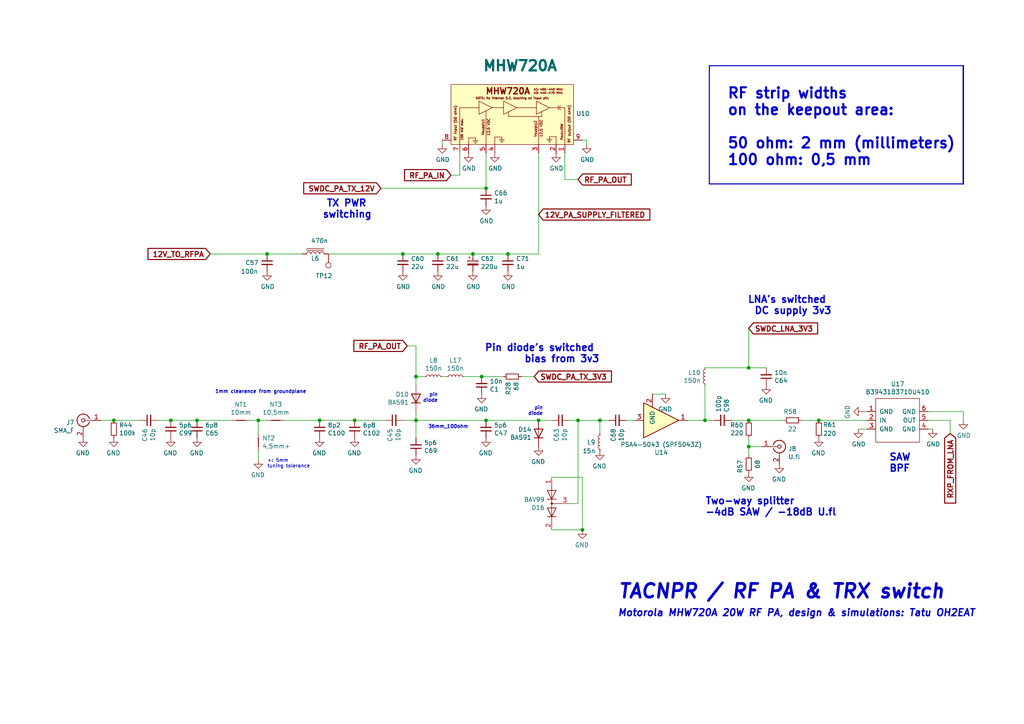
<source format=kicad_sch>
(kicad_sch (version 20230121) (generator eeschema)
  (paper "A4")
  (title_block (title "TACNPR (RF PA & LNA)") (rev "C"))
  (lib_symbols
    (symbol "Connector:Conn_Coaxial" (pin_names (offset 1.016) hide)
      (property "Reference" "J" (at 0.254 3.048 0))
      (property "Value" "Conn_Coaxial" (at 2.921 0 90))
      (symbol "Conn_Coaxial_0_1"
        (arc (start -1.778 -0.508) (mid 0.222 -1.808) (end 1.778 0) (stroke (width 0.254)))
        (polyline (pts (xy -2.54 0) (xy -0.508 0)))
        (polyline (pts (xy 0 -2.54) (xy 0 -1.778)))
        (circle (center 0 0) (radius 0.508) (stroke (width 0.2032)))
        (arc (start 1.778 0) (mid 0.222 1.8083) (end -1.778 0.508) (stroke (width 0.254)))
      )
      (symbol "Conn_Coaxial_1_1"
        (pin passive line (at -5.08 0 0) (length 2.54) (name "In") (number "1"))
        (pin passive line (at 0 -5.08 90) (length 2.54) (name "Ext") (number "2"))
      )
    )
    (symbol "Connector:TestPoint" (pin_numbers hide) (pin_names (offset 0.762) hide)
      (property "Reference" "TP" (at 0 6.858 0))
      (property "Value" "TestPoint" (at 0 5.08 0))
      (symbol "TestPoint_0_1"
        (circle (center 0 3.302) (radius 0.762))
      )
      (symbol "TestPoint_1_1"
        (pin passive line (at 0 0 90) (length 2.54) (name "1") (number "1"))
      )
    )
    (symbol "Device:C_Polarized_Small" (pin_numbers hide) (pin_names (offset 0.254) hide)
      (property "Reference" "C" (at 0.254 1.778 0))
      (property "Value" "C_Polarized_Small" (at 0.254 -2.032 0))
      (symbol "C_Polarized_Small_0_1"
        (rectangle (start -1.524 -0.3048) (end 1.524 -0.6858) (fill (type outline)))
        (rectangle (start -1.524 0.6858) (end 1.524 0.3048))
        (polyline (pts (xy -1.27 1.524) (xy -0.762 1.524)))
        (polyline (pts (xy -1.016 1.27) (xy -1.016 1.778)))
      )
      (symbol "C_Polarized_Small_1_1"
        (pin passive line (at 0 2.54 270) (length 1.8542) (name "~") (number "1"))
        (pin passive line (at 0 -2.54 90) (length 1.8542) (name "~") (number "2"))
      )
    )
    (symbol "Device:C_Small" (pin_numbers hide) (pin_names (offset 0.254) hide)
      (property "Reference" "C" (at 0.254 1.778 0))
      (property "Value" "C_Small" (at 0.254 -2.032 0))
      (symbol "C_Small_0_1"
        (polyline (pts (xy -1.524 -0.508) (xy 1.524 -0.508)) (stroke (width 0.3302)))
        (polyline (pts (xy -1.524 0.508) (xy 1.524 0.508)) (stroke (width 0.3048)))
      )
      (symbol "C_Small_1_1"
        (pin passive line (at 0 2.54 270) (length 2.032) (name "~") (number "1"))
        (pin passive line (at 0 -2.54 90) (length 2.032) (name "~") (number "2"))
      )
    )
    (symbol "Device:D" (pin_numbers hide) (pin_names (offset 1.016) hide)
      (property "Reference" "D" (at 0 2.54 0))
      (property "Value" "D" (at 0 -2.54 0))
      (symbol "D_0_1"
        (polyline (pts (xy -1.27 1.27) (xy -1.27 -1.27)) (stroke (width 0.254)))
        (polyline (pts (xy 1.27 0) (xy -1.27 0)))
        (polyline (pts (xy 1.27 1.27) (xy 1.27 -1.27) (xy -1.27 0) (xy 1.27 1.27)) (stroke (width 0.254)))
      )
      (symbol "D_1_1"
        (pin passive line (at -3.81 0 0) (length 2.54) (name "K") (number "1"))
        (pin passive line (at 3.81 0 180) (length 2.54) (name "A") (number "2"))
      )
    )
    (symbol "Device:L_Iron" (pin_numbers hide) (pin_names (offset 1.016) hide)
      (property "Reference" "L" (at -1.27 0 90))
      (property "Value" "L_Iron" (at 2.794 0 90))
      (symbol "L_Iron_0_1"
        (arc (start 0 -2.54) (mid 0.6323 -1.905) (end 0 -1.27))
        (arc (start 0 -1.27) (mid 0.6323 -0.635) (end 0 0))
        (polyline (pts (xy 1.016 2.54) (xy 1.016 -2.54)))
        (polyline (pts (xy 1.524 -2.54) (xy 1.524 2.54)))
        (arc (start 0 0) (mid 0.6323 0.635) (end 0 1.27))
        (arc (start 0 1.27) (mid 0.6323 1.905) (end 0 2.54))
      )
      (symbol "L_Iron_1_1"
        (pin passive line (at 0 3.81 270) (length 1.27) (name "1") (number "1"))
        (pin passive line (at 0 -3.81 90) (length 1.27) (name "2") (number "2"))
      )
    )
    (symbol "Device:L_Small" (pin_numbers hide) (pin_names (offset 0.254) hide)
      (property "Reference" "L" (at 0.762 1.016 0))
      (property "Value" "L_Small" (at 0.762 -1.016 0))
      (symbol "L_Small_0_1"
        (arc (start 0 -2.032) (mid 0.5058 -1.524) (end 0 -1.016))
        (arc (start 0 -1.016) (mid 0.5058 -0.508) (end 0 0))
        (arc (start 0 0) (mid 0.5058 0.508) (end 0 1.016))
        (arc (start 0 1.016) (mid 0.5058 1.524) (end 0 2.032))
      )
      (symbol "L_Small_1_1"
        (pin passive line (at 0 2.54 270) (length 0.508) (name "~") (number "1"))
        (pin passive line (at 0 -2.54 90) (length 0.508) (name "~") (number "2"))
      )
    )
    (symbol "Device:NetTie_2" (pin_numbers hide) (pin_names (offset 0) hide)
      (property "Reference" "NT" (at 0 1.27 0))
      (property "Value" "NetTie_2" (at 0 -1.27 0))
      (symbol "NetTie_2_0_1"
        (polyline (pts (xy -1.27 0) (xy 1.27 0)) (stroke (width 0.254)))
      )
      (symbol "NetTie_2_1_1"
        (pin passive line (at -2.54 0 0) (length 2.54) (name "1") (number "1"))
        (pin passive line (at 2.54 0 180) (length 2.54) (name "2") (number "2"))
      )
    )
    (symbol "Device:R_Small" (pin_numbers hide) (pin_names (offset 0.254) hide)
      (property "Reference" "R" (at 0.762 0.508 0))
      (property "Value" "R_Small" (at 0.762 -1.016 0))
      (symbol "R_Small_0_1"
        (rectangle (start -0.762 1.778) (end 0.762 -1.778) (stroke (width 0.2032)))
      )
      (symbol "R_Small_1_1"
        (pin passive line (at 0 2.54 270) (length 0.762) (name "~") (number "1"))
        (pin passive line (at 0 -2.54 90) (length 0.762) (name "~") (number "2"))
      )
    )
    (symbol "Diode:BAV99" (pin_names hide)
      (property "Reference" "D" (at 0 5.08 0))
      (property "Value" "BAV99" (at 0 2.54 0))
      (symbol "BAV99_0_1"
        (polyline (pts (xy -5.08 0) (xy 5.08 0)))
      )
      (symbol "BAV99_1_1"
        (polyline (pts (xy 0 0) (xy 0 -2.54)))
        (polyline (pts (xy -1.27 -1.27) (xy -1.27 1.27) (xy -1.27 1.27)) (stroke (width 0.2032)))
        (polyline (pts (xy 3.81 1.27) (xy 3.81 -1.27) (xy 3.81 -1.27)) (stroke (width 0.2032)))
        (polyline (pts (xy -3.81 1.27) (xy -1.27 0) (xy -3.81 -1.27) (xy -3.81 1.27) (xy -3.81 1.27) (xy -3.81 1.27)) (stroke (width 0.2032)))
        (polyline (pts (xy 1.27 1.27) (xy 3.81 0) (xy 1.27 -1.27) (xy 1.27 1.27) (xy 1.27 1.27) (xy 1.27 1.27)) (stroke (width 0.2032)))
        (circle (center 0 0) (radius 0.254) (fill (type outline)))
        (pin passive line (at -7.62 0 0) (length 2.54) (name "K") (number "1"))
        (pin passive line (at 7.62 0 180) (length 2.54) (name "A") (number "2"))
        (pin passive line (at 0 -5.08 90) (length 2.54) (name "K") (number "3"))
      )
    )
    (symbol "npr-parts:MHW720A" (pin_names hide)
      (property "Reference" "U" (at 13.335 6.223 0))
      (property "Value" "MHW720A" (at 0 5.588 0))
      (symbol "MHW720A_0_0"
        (polyline (pts (xy -11.176 -8.128) (xy -10.16 -8.128)))
        (polyline (pts (xy -10.668 -7.747) (xy -10.668 -6.985)))
        (polyline (pts (xy -3.556 -7.874) (xy -2.54 -7.874)))
        (polyline (pts (xy -3.048 -7.493) (xy -3.048 -6.731)))
        (polyline (pts (xy 10.287 -7.747) (xy 11.303 -7.747)))
        (polyline (pts (xy 10.795 -7.366) (xy 10.795 -6.604)))
        (polyline (pts (xy -11.43 -7.747) (xy -9.906 -7.747) (xy -10.541 -7.747)))
        (polyline (pts (xy -10.922 -8.509) (xy -10.414 -8.509) (xy -10.541 -8.509)))
        (polyline (pts (xy -3.81 -7.493) (xy -2.286 -7.493) (xy -2.921 -7.493)))
        (polyline (pts (xy -3.302 -8.255) (xy -2.794 -8.255) (xy -2.921 -8.255)))
        (polyline (pts (xy 10.033 -7.366) (xy 11.557 -7.366) (xy 10.922 -7.366)))
        (polyline (pts (xy 10.541 -8.128) (xy 11.049 -8.128) (xy 10.922 -8.128)))
        (text "12.5 VDC" (at -6.858 -3.81 900) (effects (font (size 0.7112 0.7112))))
        (text "12.5 VDC" (at 8.382 -4.191 900) (effects (font (size 0.7112 0.7112))))
        (text "150 mW max." (at -14.605 -4.445 900) (effects (font (size 0.6096 0.6096))))
        (text "A1: 400-440 MHz" (at 10.414 7.112 0) (effects (font (size 0.6096 0.6096))))
        (text "A2: 440-470 MHz" (at 10.414 6.096 0) (effects (font (size 0.6096 0.6096))))
        (text "MHW720A" (at -1.27 6.604 0) (effects (font (size 1.8034 1.8034) bold)))
        (text "NOTE: No internal D.C. blocking on input pin." (at 0 4.572 0) (effects (font (size 0.6096 0.6096))))
        (text "Pout=20W" (at 14.351 -5.207 900) (effects (font (size 0.6096 0.6096))))
        (text "RF input (50 ohm)" (at -16.51 -2.667 900) (effects (font (size 0.7112 0.7112))))
        (text "RF output (50 ohm)" (at 16.51 -2.921 900) (effects (font (size 0.7112 0.7112))))
        (text "Vsupply1" (at -8.509 -3.81 900) (effects (font (size 0.7112 0.7112))))
        (text "Vsupply2" (at 6.731 -4.318 900) (effects (font (size 0.7112 0.7112))))
      )
      (symbol "MHW720A_0_1"
        (rectangle (start -17.78 8.509) (end 17.78 -8.89) (fill (type background)))
        (polyline (pts (xy -15.24 -8.89) (xy -15.24 -3.302)))
        (polyline (pts (xy -7.62 -8.89) (xy -7.62 0.889)))
        (polyline (pts (xy -5.842 1.778) (xy -2.54 1.778)))
        (polyline (pts (xy 7.62 -8.89) (xy 7.62 -0.762)))
        (polyline (pts (xy 10.795 1.778) (xy 13.335 1.778)))
        (polyline (pts (xy 13.335 2.413) (xy 13.335 1.143)))
        (polyline (pts (xy 15.24 -8.89) (xy 15.24 1.778)))
        (polyline (pts (xy -12.7 -9.144) (xy -12.7 -6.985) (xy -10.668 -6.985)))
        (polyline (pts (xy -9.652 1.778) (xy -15.24 1.778) (xy -15.24 -4.953)))
        (polyline (pts (xy -5.08 -8.89) (xy -5.08 -6.731) (xy -3.048 -6.731)))
        (polyline (pts (xy 15.24 1.778) (xy 14.478 1.778) (xy 13.716 1.778)))
        (polyline (pts (xy -9.652 3.683) (xy -9.652 -0.127) (xy -5.842 1.778) (xy -9.652 3.683)))
        (polyline (pts (xy -2.54 3.683) (xy -2.54 -0.127) (xy 1.27 1.778) (xy -2.54 3.683)))
        (polyline (pts (xy 12.7 -8.89) (xy 12.7 -6.604) (xy 10.795 -6.604) (xy 11.176 -6.604)))
        (polyline (pts (xy -1.143 0.508) (xy -1.143 -0.762) (xy 8.509 -0.762) (xy 8.509 0.635) (xy 8.509 0.508)))
        (arc (start 13.97 2.413) (mid 13.707 1.778) (end 13.97 1.143))
      )
      (symbol "MHW720A_1_1"
        (polyline (pts (xy 1.27 1.778) (xy 6.985 1.778)))
        (polyline (pts (xy 6.985 3.683) (xy 6.985 -0.127) (xy 10.795 1.778) (xy 6.985 3.683)))
        (pin output line (at 15.24 -11.43 90) (length 2.54) (name "RF_OUT") (number "1"))
        (pin power_in line (at 12.7 -11.43 90) (length 2.54) (name "GND") (number "2"))
        (pin power_in line (at 7.62 -11.43 90) (length 2.54) (name "Vs2") (number "3"))
        (pin power_in line (at -5.08 -11.43 90) (length 2.54) (name "GND") (number "4"))
        (pin power_in line (at -7.62 -11.43 90) (length 2.54) (name "Vs1") (number "5"))
        (pin power_in line (at -12.7 -11.43 90) (length 2.54) (name "GND") (number "6"))
        (pin input line (at -15.24 -11.43 90) (length 2.54) (name "RF_IN") (number "7"))
        (pin passive line (at -20.32 -7.62 0) (length 2.54) (name "~") (number "8"))
        (pin passive line (at 20.32 -7.62 180) (length 2.54) (name "~") (number "9"))
      )
    )
    (symbol "npr-parts:PSA4-5043" (pin_names (offset 1.016))
      (property "Reference" "U" (at 0 3.81 0))
      (property "Value" "PSA4-5043" (at 0 6.35 0))
      (symbol "PSA4-5043_1_1"
        (polyline (pts (xy 5.08 0) (xy -5.08 5.08) (xy -5.08 -5.08) (xy 5.08 0)) (stroke (width 0.254)) (fill (type background)))
        (pin output line (at 7.62 0 180) (length 2.54) (name "~") (number "1"))
        (pin power_in line (at -2.54 -7.62 90) (length 3.81) (name "GND") (number "2"))
        (pin input line (at -7.62 0 0) (length 2.54) (name "~") (number "3"))
        (pin power_in line (at -2.54 -7.62 90) (length 3.81) hide (name "GND") (number "4"))
      )
    )
    (symbol "npr-parts:SAW-DCC6C" (pin_names (offset 1.016))
      (property "Reference" "U" (at 0 5.08 0))
      (property "Value" "SAW-DCC6C" (at 0 -5.08 0))
      (symbol "SAW-DCC6C_0_1"
        (rectangle (start -6.35 6.35) (end 6.35 -6.35))
      )
      (symbol "SAW-DCC6C_1_1"
        (pin power_in line (at -8.89 2.54 0) (length 2.54) (name "GND") (number "1"))
        (pin input line (at -8.89 0 0) (length 2.54) (name "IN") (number "2"))
        (pin power_in line (at -8.89 -2.54 0) (length 2.54) (name "GND") (number "3"))
        (pin power_in line (at 8.89 -2.54 180) (length 2.54) (name "GND") (number "4"))
        (pin output line (at 8.89 0 180) (length 2.54) (name "OUT") (number "5"))
        (pin power_in line (at 8.89 2.54 180) (length 2.54) (name "GND") (number "6"))
      )
    )
    (symbol "power:GND" (power) (pin_names (offset 0))
      (property "Value" "GND" (at 0 -3.81 0))
      (symbol "GND_0_1"
        (polyline (pts (xy 0 0) (xy 0 -1.27) (xy 1.27 -1.27) (xy 0 -2.54) (xy -1.27 -1.27) (xy 0 -1.27)))
      )
      (symbol "GND_1_1"
        (pin power_in line (at 0 0 270) (length 0) hide (name "GND") (number "1"))
      )
    )
  )
  (junction (at 49.53 121.92))
  (junction (at 217.17 106.68))
  (junction (at 168.91 153.67))
  (junction (at 77.47 73.66))
  (junction (at 116.84 73.66))
  (junction (at 204.47 121.92))
  (junction (at 173.99 121.92))
  (junction (at 127 73.66))
  (junction (at 167.64 121.92))
  (junction (at 139.7 109.22))
  (junction (at 147.32 73.66))
  (junction (at 217.17 129.54))
  (junction (at 120.65 109.22))
  (junction (at 102.87 121.92))
  (junction (at 237.49 121.92))
  (junction (at 140.97 121.92))
  (junction (at 92.71 121.92))
  (junction (at 57.15 121.92))
  (junction (at 156.21 121.92))
  (junction (at 140.97 54.61))
  (junction (at 120.65 121.92))
  (junction (at 217.17 121.92))
  (junction (at 137.16 73.66))
  (junction (at 33.02 121.92))
  (junction (at 74.93 121.92))
  (wire (pts (xy 60.96 73.66) (xy 77.47 73.66)))
  (wire (pts (xy 248.92 124.46) (xy 251.46 124.46)))
  (wire (pts (xy 204.47 111.76) (xy 204.47 121.92)))
  (wire (pts (xy 102.87 121.92) (xy 111.76 121.92)))
  (polyline (pts (xy 279.4 53.34) (xy 205.74 53.34)) (stroke (width 0.3048)))
  (wire (pts (xy 120.65 121.92) (xy 120.65 119.38)))
  (wire (pts (xy 74.93 125.73) (xy 74.93 121.92)))
  (wire (pts (xy 173.99 121.92) (xy 176.53 121.92)))
  (wire (pts (xy 207.01 121.92) (xy 204.47 121.92)))
  (polyline (pts (xy 279.4 19.05) (xy 279.4 53.34)) (stroke (width 0.4064)))
  (wire (pts (xy 49.53 121.92) (xy 57.15 121.92)))
  (wire (pts (xy 217.17 95.25) (xy 217.17 106.68)))
  (wire (pts (xy 74.93 121.92) (xy 77.47 121.92)))
  (wire (pts (xy 173.99 125.73) (xy 173.99 121.92)))
  (wire (pts (xy 33.02 121.92) (xy 29.21 121.92)))
  (wire (pts (xy 130.81 50.8) (xy 133.35 50.8)))
  (wire (pts (xy 212.09 121.92) (xy 217.17 121.92)))
  (wire (pts (xy 120.65 121.92) (xy 140.97 121.92)))
  (wire (pts (xy 128.27 109.22) (xy 129.54 109.22)))
  (wire (pts (xy 167.64 121.92) (xy 173.99 121.92)))
  (polyline (pts (xy 205.74 53.34) (xy 205.74 19.05)) (stroke (width 0.3048)))
  (wire (pts (xy 199.39 121.92) (xy 204.47 121.92)))
  (wire (pts (xy 134.62 109.22) (xy 139.7 109.22)))
  (polyline (pts (xy 205.74 19.05) (xy 279.4 19.05)) (stroke (width 0.3048)))
  (wire (pts (xy 82.55 121.92) (xy 92.71 121.92)))
  (wire (pts (xy 163.83 52.07) (xy 167.64 52.07)))
  (wire (pts (xy 279.4 119.38) (xy 269.24 119.38)))
  (wire (pts (xy 170.18 40.64) (xy 170.18 41.91)))
  (wire (pts (xy 120.65 109.22) (xy 120.65 111.76)))
  (wire (pts (xy 217.17 106.68) (xy 222.25 106.68)))
  (wire (pts (xy 160.02 138.43) (xy 168.91 138.43)))
  (wire (pts (xy 160.02 153.67) (xy 168.91 153.67)))
  (wire (pts (xy 110.49 54.61) (xy 140.97 54.61)))
  (wire (pts (xy 275.59 125.73) (xy 275.59 121.92)))
  (wire (pts (xy 120.65 127) (xy 120.65 121.92)))
  (wire (pts (xy 57.15 121.92) (xy 67.31 121.92)))
  (wire (pts (xy 156.21 121.92) (xy 160.02 121.92)))
  (wire (pts (xy 139.7 109.22) (xy 146.05 109.22)))
  (wire (pts (xy 74.93 130.81) (xy 74.93 133.35)))
  (wire (pts (xy 156.21 44.45) (xy 156.21 73.66)))
  (wire (pts (xy 127 73.66) (xy 137.16 73.66)))
  (wire (pts (xy 133.35 50.8) (xy 133.35 44.45)))
  (wire (pts (xy 237.49 121.92) (xy 251.46 121.92)))
  (wire (pts (xy 167.64 146.05) (xy 165.1 146.05)))
  (wire (pts (xy 140.97 44.45) (xy 140.97 54.61)))
  (wire (pts (xy 77.47 73.66) (xy 87.63 73.66)))
  (wire (pts (xy 151.13 109.22) (xy 154.94 109.22)))
  (wire (pts (xy 120.65 109.22) (xy 123.19 109.22)))
  (wire (pts (xy 72.39 121.92) (xy 74.93 121.92)))
  (wire (pts (xy 168.91 40.64) (xy 170.18 40.64)))
  (wire (pts (xy 181.61 121.92) (xy 184.15 121.92)))
  (wire (pts (xy 116.84 73.66) (xy 127 73.66)))
  (wire (pts (xy 45.72 121.92) (xy 49.53 121.92)))
  (wire (pts (xy 232.41 121.92) (xy 237.49 121.92)))
  (wire (pts (xy 137.16 73.66) (xy 147.32 73.66)))
  (wire (pts (xy 279.4 121.92) (xy 279.4 119.38)))
  (wire (pts (xy 120.65 109.22) (xy 120.65 100.33)))
  (wire (pts (xy 193.04 114.3) (xy 189.23 114.3)))
  (wire (pts (xy 163.83 44.45) (xy 163.83 52.07)))
  (wire (pts (xy 128.27 41.91) (xy 128.27 40.64)))
  (wire (pts (xy 251.46 119.38) (xy 250.19 119.38)))
  (wire (pts (xy 165.1 121.92) (xy 167.64 121.92)))
  (wire (pts (xy 95.25 73.66) (xy 116.84 73.66)))
  (wire (pts (xy 156.21 73.66) (xy 147.32 73.66)))
  (wire (pts (xy 217.17 121.92) (xy 227.33 121.92)))
  (wire (pts (xy 118.11 100.33) (xy 120.65 100.33)))
  (wire (pts (xy 92.71 121.92) (xy 102.87 121.92)))
  (wire (pts (xy 40.64 121.92) (xy 33.02 121.92)))
  (wire (pts (xy 204.47 106.68) (xy 217.17 106.68)))
  (wire (pts (xy 217.17 127) (xy 217.17 129.54)))
  (wire (pts (xy 168.91 138.43) (xy 168.91 153.67)))
  (wire (pts (xy 116.84 121.92) (xy 120.65 121.92)))
  (wire (pts (xy 140.97 121.92) (xy 156.21 121.92)))
  (wire (pts (xy 217.17 129.54) (xy 217.17 132.08)))
  (wire (pts (xy 167.64 121.92) (xy 167.64 146.05)))
  (wire (pts (xy 269.24 124.46) (xy 270.51 124.46)))
  (wire (pts (xy 275.59 121.92) (xy 269.24 121.92)))
  (wire (pts (xy 220.98 129.54) (xy 217.17 129.54)))
  (text "Motorola MHW720A 20W RF PA, design & simulations: Tatu OH2EAT" (at 179.07 179.07 0) (effects (font (size 2.0066 2.0066) (thickness 0.4013) bold italic) (justify left bottom)))
  (text "1mm clearance from groundplane" (at 88.9 114.3 0) (effects (font (size 1.016 1.016) (thickness 0.2032) bold) (justify right bottom)))
  (text "LNA's switched \nDC supply 3v3" (at 241.3 91.44 0) (effects (font (size 2.0066 2.0066) (thickness 0.4013) bold) (justify right bottom)))
  (text "Pin diode's switched \nbias from 3v3" (at 173.99 105.41 0) (effects (font (size 2.0066 2.0066) (thickness 0.4013) bold) (justify right bottom)))
  (text "SAW\nBPF\n" (at 257.81 137.16 0) (effects (font (size 2.0066 2.0066) (thickness 0.4013) bold) (justify left bottom)))
  (text "TX PWR \nswitching" (at 107.95 63.5 0) (effects (font (size 2.0066 2.0066) (thickness 0.4013) bold) (justify right bottom)))
  (text "+: 5mm \ntuning tolerance" (at 77.47 135.89 0) (effects (font (size 0.9906 0.9906)) (justify left bottom)))
  (text "pin\ndiode" (at 127 116.84 0) (effects (font (size 1.016 1.016) (thickness 0.2032) bold italic) (justify right bottom)))
  (text "RF strip widths \non the keepout area:\n\n50 ohm: 2 mm (millimeters)\n100 ohm: 0,5 mm" (at 210.82 48.26 0) (effects (font (size 2.9972 2.9972) (thickness 0.5994) bold) (justify left bottom)))
  (text "Two-way splitter\n-4dB SAW / -18dB U.fl\n" (at 204.47 149.86 0) (effects (font (size 2.0066 2.0066) (thickness 0.4013) bold) (justify left bottom)))
  (text "pin\ndiode" (at 157.48 120.65 0) (effects (font (size 1.016 1.016) (thickness 0.2032) bold italic) (justify right bottom)))
  (text "36mm_100ohm" (at 135.89 124.46 0) (effects (font (size 1.016 1.016) (thickness 0.2032) bold) (justify right bottom)))
  (text "TACNPR / RF PA & TRX switch" (at 179.07 173.99 0) (effects (font (size 3.9878 3.9878) (thickness 0.7976) bold italic) (justify left bottom)))
  (global_label "SWDC_PA_TX_12V" (shape input) (at 110.49 54.61 180) (effects (font (size 1.5 1.5) (thickness 0.3) bold)) (property "Intersheetrefs" "${INTERSHEET_REFS}" (effects hide)))
  (global_label "SWDC_PA_TX_3V3" (shape input) (at 154.94 109.22 0) (effects (font (size 1.5 1.5) (thickness 0.3) bold)) (property "Intersheetrefs" "${INTERSHEET_REFS}" (effects hide)))
  (global_label "RF_PA_OUT" (shape input) (at 167.64 52.07 0) (effects (font (size 1.5 1.5) (thickness 0.3) bold)) (property "Intersheetrefs" "${INTERSHEET_REFS}" (effects hide)))
  (global_label "12V_PA_SUPPLY_FILTERED" (shape input) (at 156.21 62.23 0) (effects (font (size 1.5 1.5) (thickness 0.3) bold)) (property "Intersheetrefs" "${INTERSHEET_REFS}" (effects hide)))
  (global_label "12V_TO_RFPA" (shape input) (at 60.96 73.66 180) (effects (font (size 1.5 1.5) (thickness 0.3) bold)) (property "Intersheetrefs" "${INTERSHEET_REFS}" (effects hide)))
  (global_label "RXP_FROM_LNA" (shape input) (at 275.59 125.73 270) (effects (font (size 1.5 1.5) (thickness 0.3) bold)) (property "Intersheetrefs" "${INTERSHEET_REFS}" (effects hide)))
  (global_label "SWDC_LNA_3V3" (shape input) (at 217.17 95.25 0) (effects (font (size 1.5 1.5) (thickness 0.3) bold)) (property "Intersheetrefs" "${INTERSHEET_REFS}" (effects hide)))
  (global_label "RF_PA_IN" (shape input) (at 130.81 50.8 180) (effects (font (size 1.5 1.5) (thickness 0.3) bold)) (property "Intersheetrefs" "${INTERSHEET_REFS}" (effects hide)))
  (global_label "RF_PA_OUT" (shape input) (at 118.11 100.33 180) (effects (font (size 1.5 1.5) (thickness 0.3) bold)) (property "Intersheetrefs" "${INTERSHEET_REFS}" (effects hide)))
  (symbol (lib_id "Device:C_Polarized_Small") (at 137.16 76.2 0) (unit 1)
    (property "Reference" "C62" (at 139.3952 75.0316 0) (effects (justify left)))
    (property "Value" "220u" (at 139.3952 77.343 0) (effects (justify left)))
    (property "Footprint" "Capacitor_SMD:CP_Elec_10x10.5" (effects hide))
    (property "LCSC" "C2887271" (effects hide))
  )
  (symbol (lib_id "power:GND") (at 143.51 44.45 0) (unit 1)
    (property "Reference" "#PWR0106" (effects hide))
    (property "Value" "GND" (at 143.637 48.8442 0))
  )
  (symbol (lib_id "power:GND") (at 161.29 44.45 0) (unit 1)
    (property "Reference" "#PWR0107" (effects hide))
    (property "Value" "GND" (at 161.417 48.8442 0))
  )
  (symbol (lib_id "power:GND") (at 135.89 44.45 0) (unit 1)
    (property "Reference" "#PWR0108" (effects hide))
    (property "Value" "GND" (at 136.017 48.8442 0))
  )
  (symbol (lib_id "Device:C_Small") (at 116.84 76.2 0) (unit 1)
    (property "Reference" "C60" (at 119.1768 75.0316 0) (effects (justify left)))
    (property "Value" "22u" (at 119.1768 77.343 0) (effects (justify left)))
    (property "Footprint" "Capacitor_SMD:C_1206_3216Metric" (effects hide))
    (property "LCSC" "C12891" (effects hide))
  )
  (symbol (lib_id "Device:C_Small") (at 127 76.2 0) (unit 1)
    (property "Reference" "C61" (at 129.3368 75.0316 0) (effects (justify left)))
    (property "Value" "22u" (at 129.3368 77.343 0) (effects (justify left)))
    (property "Footprint" "Capacitor_SMD:C_1206_3216Metric" (effects hide))
    (property "LCSC" "C12891" (effects hide))
  )
  (symbol (lib_id "Connector:Conn_Coaxial") (at 24.13 121.92 0) (mirror y) (unit 1)
    (property "Reference" "J7" (at 21.59 122.555 0) (effects (justify left)))
    (property "Value" "SMA_F" (at 21.59 124.8664 0) (effects (justify left)))
    (property "Footprint" "Connector_Coaxial:SMA_Amphenol_132134_Vertical" (effects hide))
    (property "Datasheet" " ~" (effects hide))
    (property "LCSC" "C496549" (effects hide))
  )
  (symbol (lib_id "npr-parts:MHW720A") (at 148.59 33.02 0) (unit 1)
    (property "Reference" "U10" (at 167.0812 32.9438 0) (effects (justify left)))
    (property "Value" "MHW720A" (at 139.7 19.05 0) (effects (font (size 2.9972 2.9972) bold) (justify left)))
    (property "Footprint" "NPR:MHW720A" (effects hide))
    (property "DNP" "TRUE" (effects hide))
  )
  (symbol (lib_id "Device:L_Iron") (at 91.44 73.66 90) (unit 1)
    (property "Reference" "L6" (at 90.17 74.93 90) (effects (justify right)))
    (property "Value" "470n" (at 90.17 69.85 90) (effects (justify right)))
    (property "Footprint" "Inductor_SMD:L_Bourns_SRP7028A_7.3x6.6mm" (effects hide))
    (property "LCSC" "C285802" (effects hide))
  )
  (symbol (lib_id "power:GND") (at 147.32 78.74 0) (unit 1)
    (property "Reference" "#PWR0114" (effects hide))
    (property "Value" "GND" (at 147.447 83.1342 0))
  )
  (symbol (lib_id "Device:C_Small") (at 140.97 57.15 0) (unit 1)
    (property "Reference" "C66" (at 143.3068 55.9816 0) (effects (justify left)))
    (property "Value" "1u" (at 143.3068 58.293 0) (effects (justify left)))
    (property "Footprint" "Capacitor_SMD:C_0805_2012Metric" (effects hide))
    (property "LCSC" "C28323" (effects hide))
  )
  (symbol (lib_id "power:GND") (at 140.97 59.69 0) (unit 1)
    (property "Reference" "#PWR0115" (effects hide))
    (property "Value" "GND" (at 141.097 64.0842 0))
  )
  (symbol (lib_id "Device:C_Small") (at 147.32 76.2 0) (unit 1)
    (property "Reference" "C71" (at 149.6568 75.0316 0) (effects (justify left)))
    (property "Value" "1u" (at 149.6568 77.343 0) (effects (justify left)))
    (property "Footprint" "Capacitor_SMD:C_0805_2012Metric" (effects hide))
    (property "LCSC" "C28323" (effects hide))
  )
  (symbol (lib_id "power:GND") (at 128.27 41.91 0) (unit 1)
    (property "Reference" "#PWR0117" (effects hide))
    (property "Value" "GND" (at 128.397 46.3042 0))
  )
  (symbol (lib_id "power:GND") (at 170.18 41.91 0) (unit 1)
    (property "Reference" "#PWR0128" (effects hide))
    (property "Value" "GND" (at 170.307 46.3042 0))
  )
  (symbol (lib_id "power:GND") (at 137.16 78.74 0) (unit 1)
    (property "Reference" "#PWR0104" (effects hide))
    (property "Value" "GND" (at 137.287 83.1342 0))
  )
  (symbol (lib_id "power:GND") (at 127 78.74 0) (unit 1)
    (property "Reference" "#PWR0105" (effects hide))
    (property "Value" "GND" (at 127.127 83.1342 0))
  )
  (symbol (lib_id "power:GND") (at 116.84 78.74 0) (unit 1)
    (property "Reference" "#PWR0112" (effects hide))
    (property "Value" "GND" (at 116.967 83.1342 0))
  )
  (symbol (lib_id "power:GND") (at 24.13 127 0) (mirror y) (unit 1)
    (property "Reference" "#PWR0116" (effects hide))
    (property "Value" "GND" (at 24.003 131.3942 0))
  )
  (symbol (lib_id "Device:C_Small") (at 43.18 121.92 90) (mirror x) (unit 1)
    (property "Reference" "C46" (at 42.0116 124.2568 0) (effects (justify left)))
    (property "Value" "10p" (at 44.323 124.2568 0) (effects (justify left)))
    (property "Footprint" "NPR:C_1206_0805_WIDE" (effects hide))
    (property "LCSC" "C400096" (effects hide))
  )
  (symbol (lib_id "Device:C_Small") (at 140.97 124.46 0) (mirror x) (unit 1)
    (property "Reference" "C47" (at 143.3068 125.6284 0) (effects (justify left)))
    (property "Value" "5p6" (at 143.3068 123.317 0) (effects (justify left)))
    (property "Footprint" "NPR:C_1206_0805_WIDE" (effects hide))
    (property "LCSC" "C519994" (effects hide))
  )
  (symbol (lib_id "Device:C_Small") (at 57.15 124.46 0) (mirror x) (unit 1)
    (property "Reference" "C65" (at 59.4868 125.6284 0) (effects (justify left)))
    (property "Value" "6p8" (at 59.4868 123.317 0) (effects (justify left)))
    (property "Footprint" "NPR:C_1206_0805_WIDE" (effects hide))
    (property "LCSC" "C519942" (effects hide))
  )
  (symbol (lib_id "Device:C_Small") (at 114.3 121.92 90) (mirror x) (unit 1)
    (property "Reference" "C45" (at 113.1316 124.2568 0) (effects (justify left)))
    (property "Value" "10p" (at 115.443 124.2568 0) (effects (justify left)))
    (property "Footprint" "NPR:C_1206_0805_WIDE" (effects hide))
    (property "LCSC" "C400096" (effects hide))
  )
  (symbol (lib_id "power:GND") (at 140.97 127 0) (mirror y) (unit 1)
    (property "Reference" "#PWR0152" (effects hide))
    (property "Value" "GND" (at 140.843 131.3942 0))
  )
  (symbol (lib_id "Device:C_Small") (at 77.47 76.2 0) (unit 1)
    (property "Reference" "C57" (at 71.12 76.2 0) (effects (justify left)))
    (property "Value" "100n" (at 69.85 78.74 0) (effects (justify left)))
    (property "Footprint" "Capacitor_SMD:C_0603_1608Metric" (effects hide))
    (property "LCSC" "C14663" (effects hide))
  )
  (symbol (lib_id "power:GND") (at 77.47 78.74 0) (unit 1)
    (property "Reference" "#PWR0113" (effects hide))
    (property "Value" "GND" (at 77.597 83.1342 0))
  )
  (symbol (lib_id "Device:D") (at 120.65 115.57 270) (mirror x) (unit 1)
    (property "Reference" "D10" (at 118.618 114.4016 90) (effects (justify right)))
    (property "Value" "BA591" (at 118.618 116.713 90) (effects (justify right)))
    (property "Footprint" "Diode_SMD:D_SOD-323" (effects hide))
    (property "LCSC" "C139448" (effects hide))
  )
  (symbol (lib_id "Device:D") (at 156.21 125.73 270) (mirror x) (unit 1)
    (property "Reference" "D14" (at 154.178 124.5616 90) (effects (justify right)))
    (property "Value" "BA591" (at 154.178 126.873 90) (effects (justify right)))
    (property "Footprint" "Diode_SMD:D_SOD-323" (effects hide))
    (property "LCSC" "C139448" (effects hide))
  )
  (symbol (lib_id "power:GND") (at 156.21 129.54 0) (mirror y) (unit 1)
    (property "Reference" "#PWR0129" (effects hide))
    (property "Value" "GND" (at 156.083 133.9342 0))
  )
  (symbol (lib_id "Device:C_Small") (at 162.56 121.92 90) (mirror x) (unit 1)
    (property "Reference" "C63" (at 161.3916 124.2568 0) (effects (justify left)))
    (property "Value" "10p" (at 163.703 124.2568 0) (effects (justify left)))
    (property "Footprint" "Capacitor_SMD:C_0603_1608Metric" (effects hide))
    (property "LCSC" "C1634" (effects hide))
  )
  (symbol (lib_id "Device:L_Small") (at 125.73 109.22 270) (mirror x) (unit 1)
    (property "Reference" "L8" (at 125.73 104.521 90))
    (property "Value" "150n" (at 125.73 106.8324 90))
    (property "Footprint" "Inductor_SMD:L_0603_1608Metric" (effects hide))
    (property "LCSC" "C15566" (effects hide))
  )
  (symbol (lib_id "Device:C_Small") (at 139.7 111.76 0) (mirror x) (unit 1)
    (property "Reference" "C1" (at 142.0368 112.9284 0) (effects (justify left)))
    (property "Value" "10n" (at 142.0368 110.617 0) (effects (justify left)))
    (property "Footprint" "Capacitor_SMD:C_0603_1608Metric" (effects hide))
    (property "LCSC" "C57112" (effects hide))
  )
  (symbol (lib_id "power:GND") (at 139.7 114.3 0) (mirror y) (unit 1)
    (property "Reference" "#PWR0130" (effects hide))
    (property "Value" "GND" (at 139.573 118.6942 0))
  )
  (symbol (lib_id "Device:R_Small") (at 148.59 109.22 90) (mirror x) (unit 1)
    (property "Reference" "R28" (at 147.4216 110.7186 0) (effects (justify left)))
    (property "Value" "68" (at 149.733 110.7186 0) (effects (justify left)))
    (property "Footprint" "Resistor_SMD:R_0603_1608Metric" (effects hide))
    (property "LCSC" "C27592" (effects hide))
  )
  (symbol (lib_id "Diode:BAV99") (at 160.02 146.05 90) (mirror x) (unit 1)
    (property "Reference" "D16" (at 158.0134 147.2184 90) (effects (justify left)))
    (property "Value" "BAV99" (at 158.0134 144.907 90) (effects (justify left)))
    (property "Footprint" "Package_TO_SOT_SMD:SOT-23" (effects hide))
    (property "Datasheet" "https://assets.nexperia.com/documents/data-sheet/BAV99_SER.pdf" (effects hide))
    (property "LCSC" "C2500" (effects hide))
  )
  (symbol (lib_id "Device:L_Small") (at 173.99 128.27 0) (mirror y) (unit 1)
    (property "Reference" "L9" (at 172.72 128.27 0) (effects (justify left)))
    (property "Value" "15n" (at 172.72 130.81 0) (effects (justify left)))
    (property "Footprint" "Inductor_SMD:L_0603_1608Metric" (effects hide))
    (property "LCSC" "C23651" (effects hide))
  )
  (symbol (lib_id "power:GND") (at 173.99 130.81 0) (mirror y) (unit 1)
    (property "Reference" "#PWR0161" (effects hide))
    (property "Value" "GND" (at 173.863 135.2042 0))
  )
  (symbol (lib_id "power:GND") (at 168.91 153.67 0) (mirror y) (unit 1)
    (property "Reference" "#PWR0162" (effects hide))
    (property "Value" "GND" (at 168.783 158.0642 0))
  )
  (symbol (lib_id "Device:C_Small") (at 120.65 129.54 0) (mirror x) (unit 1)
    (property "Reference" "C69" (at 122.9868 130.7084 0) (effects (justify left)))
    (property "Value" "5p6" (at 122.9868 128.397 0) (effects (justify left)))
    (property "Footprint" "NPR:C_1206_0805_WIDE" (effects hide))
    (property "LCSC" "C519994" (effects hide))
  )
  (symbol (lib_id "power:GND") (at 120.65 132.08 0) (mirror y) (unit 1)
    (property "Reference" "#PWR0163" (effects hide))
    (property "Value" "GND" (at 120.523 136.4742 0))
  )
  (symbol (lib_id "Device:C_Small") (at 179.07 121.92 90) (mirror x) (unit 1)
    (property "Reference" "C68" (at 177.9016 124.2568 0) (effects (justify left)))
    (property "Value" "10p" (at 180.213 124.2568 0) (effects (justify left)))
    (property "Footprint" "Capacitor_SMD:C_0603_1608Metric" (effects hide))
    (property "LCSC" "C1634" (effects hide))
  )
  (symbol (lib_id "Connector:TestPoint") (at 95.25 73.66 180) (unit 1)
    (property "Reference" "TP12" (at 93.98 80.01 0))
    (property "Value" "TestPoint" (effects hide))
    (property "Footprint" "TestPoint:TestPoint_Pad_D1.5mm" (effects hide))
    (property "DNP" "TRUE" (effects hide))
  )
  (symbol (lib_id "npr-parts:PSA4-5043") (at 191.77 121.92 0) (mirror x) (unit 1)
    (property "Reference" "U14" (at 191.77 131.2418 0))
    (property "Value" "PSA4-5043 (SPF5043Z)" (at 191.77 128.9304 0))
    (property "Footprint" "Package_TO_SOT_SMD:SOT-343_SC-70-4_Handsoldering" (effects hide))
    (property "Datasheet" "https://datasheet.lcsc.com/lcsc/1912181407_Qorvo-SPF5043Z_C470902.pdf" (effects hide))
    (property "LCSC" "C470902" (effects hide))
  )
  (symbol (lib_id "Device:L_Small") (at 204.47 109.22 0) (mirror y) (unit 1)
    (property "Reference" "L10" (at 203.2508 108.0516 0) (effects (justify left)))
    (property "Value" "150n" (at 203.2508 110.363 0) (effects (justify left)))
    (property "Footprint" "Inductor_SMD:L_0603_1608Metric" (effects hide))
    (property "LCSC" "C15566" (effects hide))
  )
  (symbol (lib_id "power:GND") (at 222.25 111.76 0) (mirror y) (unit 1)
    (property "Reference" "#PWR0143" (effects hide))
    (property "Value" "GND" (at 222.123 116.1542 0))
  )
  (symbol (lib_id "Device:C_Small") (at 222.25 109.22 0) (mirror x) (unit 1)
    (property "Reference" "C64" (at 224.5868 110.3884 0) (effects (justify left)))
    (property "Value" "10n" (at 224.5868 108.077 0) (effects (justify left)))
    (property "Footprint" "Capacitor_SMD:C_0603_1608Metric" (effects hide))
    (property "LCSC" "C57112" (effects hide))
  )
  (symbol (lib_id "power:GND") (at 33.02 127 0) (mirror y) (unit 1)
    (property "Reference" "#PWR0166" (effects hide))
    (property "Value" "GND" (at 32.893 131.3942 0))
  )
  (symbol (lib_id "Device:R_Small") (at 33.02 124.46 0) (unit 1)
    (property "Reference" "R44" (at 34.5186 123.2916 0) (effects (justify left)))
    (property "Value" "100k" (at 34.5186 125.603 0) (effects (justify left)))
    (property "Footprint" "Resistor_SMD:R_0603_1608Metric" (effects hide))
    (property "LCSC" "C25803" (effects hide))
  )
  (symbol (lib_id "power:GND") (at 193.04 114.3 0) (mirror y) (unit 1)
    (property "Reference" "#PWR0175" (effects hide))
    (property "Value" "GND" (at 192.913 118.6942 0))
  )
  (symbol (lib_id "Device:C_Small") (at 209.55 121.92 270) (mirror x) (unit 1)
    (property "Reference" "C98" (at 210.7184 119.5832 0) (effects (justify left)))
    (property "Value" "100p" (at 208.407 119.5832 0) (effects (justify left)))
    (property "Footprint" "Capacitor_SMD:C_0603_1608Metric" (effects hide))
    (property "LCSC" "C14858" (effects hide))
  )
  (symbol (lib_id "npr-parts:SAW-DCC6C") (at 260.35 121.92 0) (unit 1)
    (property "Reference" "U17" (at 260.35 111.379 0))
    (property "Value" "B39431B3710U410" (at 260.35 113.6904 0))
    (property "Footprint" "NPR:DCC6C" (effects hide))
    (property "Datasheet" "https://media.digikey.com/pdf/Data%20Sheets/TDK%20PDFs/B39431B3710U410.pdf" (effects hide))
  )
  (symbol (lib_id "power:GND") (at 248.92 124.46 0) (unit 1)
    (property "Reference" "#PWR0173" (effects hide))
    (property "Value" "GND" (at 249.047 128.8542 0))
  )
  (symbol (lib_id "power:GND") (at 270.51 124.46 0) (unit 1)
    (property "Reference" "#PWR0186" (effects hide))
    (property "Value" "GND" (at 270.637 128.8542 0))
  )
  (symbol (lib_id "power:GND") (at 279.4 121.92 0) (unit 1)
    (property "Reference" "#PWR0187" (effects hide))
    (property "Value" "GND" (at 279.527 126.3142 0))
  )
  (symbol (lib_id "power:GND") (at 250.19 119.38 270) (unit 1)
    (property "Reference" "#PWR0188" (effects hide))
    (property "Value" "GND" (at 245.7958 119.507 0))
  )
  (symbol (lib_id "Device:R_Small") (at 229.87 121.92 90) (mirror x) (unit 1)
    (property "Reference" "R58" (at 231.14 119.38 90) (effects (justify left)))
    (property "Value" "22" (at 231.14 124.46 90) (effects (justify left)))
    (property "Footprint" "Resistor_SMD:R_0603_1608Metric" (effects hide))
    (property "LCSC" "C23345" (effects hide))
  )
  (symbol (lib_id "Device:R_Small") (at 217.17 124.46 0) (mirror y) (unit 1)
    (property "Reference" "R60" (at 215.6714 123.2916 0) (effects (justify left)))
    (property "Value" "220" (at 215.6714 125.603 0) (effects (justify left)))
    (property "Footprint" "Resistor_SMD:R_0603_1608Metric" (effects hide))
    (property "LCSC" "C22962" (effects hide))
  )
  (symbol (lib_id "Device:R_Small") (at 237.49 124.46 0) (mirror y) (unit 1)
    (property "Reference" "R61" (at 242.57 123.19 0) (effects (justify left)))
    (property "Value" "220" (at 242.57 125.73 0) (effects (justify left)))
    (property "Footprint" "Resistor_SMD:R_0603_1608Metric" (effects hide))
    (property "LCSC" "C22962" (effects hide))
  )
  (symbol (lib_id "power:GND") (at 237.49 127 0) (mirror y) (unit 1)
    (property "Reference" "#PWR0192" (effects hide))
    (property "Value" "GND" (at 237.363 131.3942 0))
  )
  (symbol (lib_id "Device:C_Small") (at 92.71 124.46 0) (mirror x) (unit 1)
    (property "Reference" "C100" (at 95.0468 125.6284 0) (effects (justify left)))
    (property "Value" "8p2" (at 95.0468 123.317 0) (effects (justify left)))
    (property "Footprint" "NPR:C_1206_0805_WIDE" (effects hide))
    (property "LCSC" "C519996" (effects hide))
  )
  (symbol (lib_id "power:GND") (at 92.71 127 0) (mirror y) (unit 1)
    (property "Reference" "#PWR0203" (effects hide))
    (property "Value" "GND" (at 92.583 131.3942 0))
  )
  (symbol (lib_id "Device:C_Small") (at 102.87 124.46 0) (mirror x) (unit 1)
    (property "Reference" "C102" (at 105.2068 125.6284 0) (effects (justify left)))
    (property "Value" "6p8" (at 105.2068 123.317 0) (effects (justify left)))
    (property "Footprint" "NPR:C_1206_0805_WIDE" (effects hide))
    (property "LCSC" "C519942" (effects hide))
  )
  (symbol (lib_id "power:GND") (at 102.87 127 0) (mirror y) (unit 1)
    (property "Reference" "#PWR0204" (effects hide))
    (property "Value" "GND" (at 102.743 131.3942 0))
  )
  (symbol (lib_id "Device:C_Small") (at 49.53 124.46 0) (mirror x) (unit 1)
    (property "Reference" "C99" (at 51.8668 125.6284 0) (effects (justify left)))
    (property "Value" "5p6" (at 51.8668 123.317 0) (effects (justify left)))
    (property "Footprint" "NPR:C_1206_0805_WIDE" (effects hide))
    (property "LCSC" "C519994" (effects hide))
  )
  (symbol (lib_id "power:GND") (at 49.53 127 0) (mirror y) (unit 1)
    (property "Reference" "#PWR0205" (effects hide))
    (property "Value" "GND" (at 49.403 131.3942 0))
  )
  (symbol (lib_id "power:GND") (at 57.15 127 0) (mirror y) (unit 1)
    (property "Reference" "#PWR0101" (effects hide))
    (property "Value" "GND" (at 57.023 131.3942 0))
  )
  (symbol (lib_id "power:GND") (at 74.93 133.35 0) (mirror y) (unit 1)
    (property "Reference" "#PWR0147" (effects hide))
    (property "Value" "GND" (at 74.803 137.7442 0))
  )
  (symbol (lib_id "Device:NetTie_2") (at 69.85 121.92 0) (unit 1)
    (property "Reference" "NT1" (at 69.85 117.3226 0))
    (property "Value" "10mm" (at 69.85 119.634 0))
    (property "Footprint" "NetTie:NetTie-2_SMD_Pad0.5mm" (effects hide))
    (property "DNP" "TRUE" (effects hide))
  )
  (symbol (lib_id "Device:NetTie_2") (at 80.01 121.92 0) (unit 1)
    (property "Reference" "NT3" (at 80.01 117.3226 0))
    (property "Value" "10,5mm" (at 80.01 119.634 0))
    (property "Footprint" "NetTie:NetTie-2_SMD_Pad0.5mm" (effects hide))
    (property "DNP" "TRUE" (effects hide))
  )
  (symbol (lib_id "Device:NetTie_2") (at 74.93 128.27 270) (unit 1)
    (property "Reference" "NT2" (at 76.0476 127.1016 90) (effects (justify left)))
    (property "Value" "4,5mm+" (at 76.0476 129.413 90) (effects (justify left)))
    (property "Footprint" "NetTie:NetTie-2_SMD_Pad0.5mm" (effects hide))
    (property "DNP" "TRUE" (effects hide))
  )
  (symbol (lib_id "Device:R_Small") (at 217.17 134.62 0) (mirror x) (unit 1)
    (property "Reference" "R57" (at 214.63 133.35 90) (effects (justify left)))
    (property "Value" "68" (at 219.71 133.35 90) (effects (justify left)))
    (property "Footprint" "Resistor_SMD:R_0603_1608Metric" (effects hide))
    (property "LCSC" "C27592" (effects hide))
  )
  (symbol (lib_id "power:GND") (at 217.17 137.16 0) (mirror y) (unit 1)
    (property "Reference" "#PWR0185" (effects hide))
    (property "Value" "GND" (at 217.043 141.5542 0))
  )
  (symbol (lib_id "Connector:Conn_Coaxial") (at 226.06 129.54 0) (unit 1)
    (property "Reference" "J8" (at 228.6 130.175 0) (effects (justify left)))
    (property "Value" "U.fl" (at 228.6 132.4864 0) (effects (justify left)))
    (property "Footprint" "Connector_Coaxial:U.FL_Hirose_U.FL-R-SMT-1_Vertical" (effects hide))
    (property "Datasheet" " ~" (effects hide))
    (property "LCSC" "C88374" (effects hide))
  )
  (symbol (lib_id "power:GND") (at 226.06 134.62 0) (mirror y) (unit 1)
    (property "Reference" "#PWR0191" (effects hide))
    (property "Value" "GND" (at 225.933 139.0142 0))
  )
  (symbol (lib_id "Device:L_Small") (at 132.08 109.22 270) (mirror x) (unit 1)
    (property "Reference" "L17" (at 132.08 104.521 90))
    (property "Value" "150n" (at 132.08 106.8324 90))
    (property "Footprint" "Inductor_SMD:L_0603_1608Metric" (effects hide))
    (property "LCSC" "C15566" (effects hide))
  )
)
</source>
